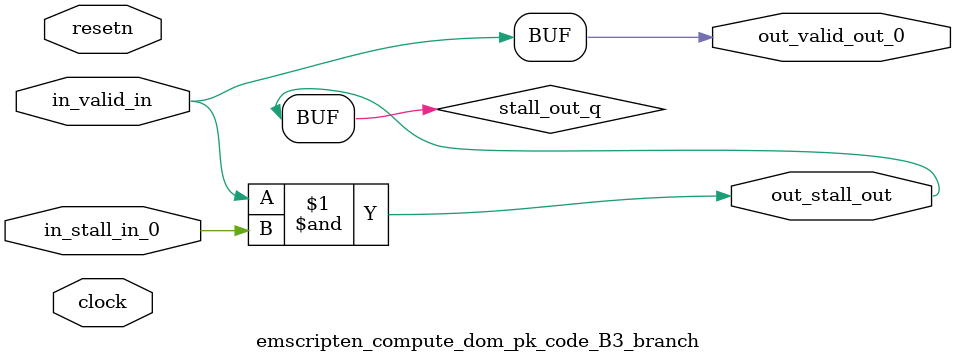
<source format=sv>



(* altera_attribute = "-name AUTO_SHIFT_REGISTER_RECOGNITION OFF; -name MESSAGE_DISABLE 10036; -name MESSAGE_DISABLE 10037; -name MESSAGE_DISABLE 14130; -name MESSAGE_DISABLE 14320; -name MESSAGE_DISABLE 15400; -name MESSAGE_DISABLE 14130; -name MESSAGE_DISABLE 10036; -name MESSAGE_DISABLE 12020; -name MESSAGE_DISABLE 12030; -name MESSAGE_DISABLE 12010; -name MESSAGE_DISABLE 12110; -name MESSAGE_DISABLE 14320; -name MESSAGE_DISABLE 13410; -name MESSAGE_DISABLE 113007; -name MESSAGE_DISABLE 10958" *)
module emscripten_compute_dom_pk_code_B3_branch (
    input wire [0:0] in_stall_in_0,
    input wire [0:0] in_valid_in,
    output wire [0:0] out_stall_out,
    output wire [0:0] out_valid_out_0,
    input wire clock,
    input wire resetn
    );

    wire [0:0] stall_out_q;


    // stall_out(LOGICAL,6)
    assign stall_out_q = in_valid_in & in_stall_in_0;

    // out_stall_out(GPOUT,4)
    assign out_stall_out = stall_out_q;

    // out_valid_out_0(GPOUT,5)
    assign out_valid_out_0 = in_valid_in;

endmodule

</source>
